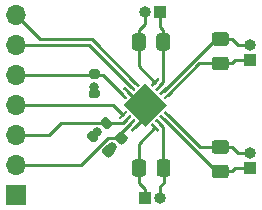
<source format=gbr>
%TF.GenerationSoftware,KiCad,Pcbnew,(5.1.10)-1*%
%TF.CreationDate,2021-07-26T18:41:30-05:00*%
%TF.ProjectId,LDC1314-Breakout,4c444331-3331-4342-9d42-7265616b6f75,rev?*%
%TF.SameCoordinates,Original*%
%TF.FileFunction,Copper,L1,Top*%
%TF.FilePolarity,Positive*%
%FSLAX46Y46*%
G04 Gerber Fmt 4.6, Leading zero omitted, Abs format (unit mm)*
G04 Created by KiCad (PCBNEW (5.1.10)-1) date 2021-07-26 18:41:30*
%MOMM*%
%LPD*%
G01*
G04 APERTURE LIST*
%TA.AperFunction,ComponentPad*%
%ADD10O,1.000000X1.000000*%
%TD*%
%TA.AperFunction,ComponentPad*%
%ADD11R,1.000000X1.000000*%
%TD*%
%TA.AperFunction,ComponentPad*%
%ADD12O,1.700000X1.700000*%
%TD*%
%TA.AperFunction,ComponentPad*%
%ADD13R,1.700000X1.700000*%
%TD*%
%TA.AperFunction,ComponentPad*%
%ADD14C,0.500000*%
%TD*%
%TA.AperFunction,SMDPad,CuDef*%
%ADD15C,0.100000*%
%TD*%
%TA.AperFunction,ViaPad*%
%ADD16C,0.800000*%
%TD*%
%TA.AperFunction,Conductor*%
%ADD17C,0.250000*%
%TD*%
G04 APERTURE END LIST*
D10*
%TO.P,J2,2*%
%TO.N,/Coil1_B*%
X172720000Y-119634000D03*
D11*
%TO.P,J2,1*%
%TO.N,/Coil1_A*%
X172720000Y-120904000D03*
%TD*%
D10*
%TO.P,J3,2*%
%TO.N,/Coil2_B*%
X172720000Y-110490000D03*
D11*
%TO.P,J3,1*%
%TO.N,/Coil2_A*%
X172720000Y-111760000D03*
%TD*%
%TO.P,R2,2*%
%TO.N,GND*%
%TA.AperFunction,SMDPad,CuDef*%
G36*
G01*
X159237000Y-114217000D02*
X159787000Y-114217000D01*
G75*
G02*
X159987000Y-114417000I0J-200000D01*
G01*
X159987000Y-114817000D01*
G75*
G02*
X159787000Y-115017000I-200000J0D01*
G01*
X159237000Y-115017000D01*
G75*
G02*
X159037000Y-114817000I0J200000D01*
G01*
X159037000Y-114417000D01*
G75*
G02*
X159237000Y-114217000I200000J0D01*
G01*
G37*
%TD.AperFunction*%
%TO.P,R2,1*%
%TO.N,ADDR*%
%TA.AperFunction,SMDPad,CuDef*%
G36*
G01*
X159237000Y-112567000D02*
X159787000Y-112567000D01*
G75*
G02*
X159987000Y-112767000I0J-200000D01*
G01*
X159987000Y-113167000D01*
G75*
G02*
X159787000Y-113367000I-200000J0D01*
G01*
X159237000Y-113367000D01*
G75*
G02*
X159037000Y-113167000I0J200000D01*
G01*
X159037000Y-112767000D01*
G75*
G02*
X159237000Y-112567000I200000J0D01*
G01*
G37*
%TD.AperFunction*%
%TD*%
D10*
%TO.P,J1,2*%
%TO.N,/Coil0_B*%
X165100000Y-123444000D03*
D11*
%TO.P,J1,1*%
%TO.N,/Coil0_A*%
X163830000Y-123444000D03*
%TD*%
D10*
%TO.P,J4,2*%
%TO.N,/Coil3_B*%
X163830000Y-107696000D03*
D11*
%TO.P,J4,1*%
%TO.N,/Coil3_A*%
X165100000Y-107696000D03*
%TD*%
D12*
%TO.P,J5,7*%
%TO.N,SCL*%
X152908000Y-107950000D03*
%TO.P,J5,6*%
%TO.N,SDA*%
X152908000Y-110490000D03*
%TO.P,J5,5*%
%TO.N,ADDR*%
X152908000Y-113030000D03*
%TO.P,J5,4*%
%TO.N,INT*%
X152908000Y-115570000D03*
%TO.P,J5,3*%
%TO.N,SHUTDOWN*%
X152908000Y-118110000D03*
%TO.P,J5,2*%
%TO.N,+3V3*%
X152908000Y-120650000D03*
D13*
%TO.P,J5,1*%
%TO.N,GND*%
X152908000Y-123190000D03*
%TD*%
D14*
%TO.P,U1,17*%
%TO.N,GND*%
X163830000Y-117054924D03*
X163087538Y-116312462D03*
X162345076Y-115570000D03*
X164572462Y-116312462D03*
X163830000Y-115570000D03*
X163087538Y-114827538D03*
X165314924Y-115570000D03*
X164572462Y-114827538D03*
X163830000Y-114085076D03*
%TA.AperFunction,SMDPad,CuDef*%
D15*
G36*
X161991522Y-115570000D02*
G01*
X163830000Y-113731522D01*
X165668478Y-115570000D01*
X163830000Y-117408478D01*
X161991522Y-115570000D01*
G37*
%TD.AperFunction*%
%TO.P,U1,16*%
%TO.N,/Coil3_B*%
%TA.AperFunction,SMDPad,CuDef*%
G36*
G01*
X164316136Y-113846428D02*
X164846466Y-113316098D01*
G75*
G02*
X164934854Y-113316098I44194J-44194D01*
G01*
X165023242Y-113404486D01*
G75*
G02*
X165023242Y-113492874I-44194J-44194D01*
G01*
X164492912Y-114023204D01*
G75*
G02*
X164404524Y-114023204I-44194J44194D01*
G01*
X164316136Y-113934816D01*
G75*
G02*
X164316136Y-113846428I44194J44194D01*
G01*
G37*
%TD.AperFunction*%
%TO.P,U1,15*%
%TO.N,/Coil3_A*%
%TA.AperFunction,SMDPad,CuDef*%
G36*
G01*
X164669690Y-114199981D02*
X165200020Y-113669651D01*
G75*
G02*
X165288408Y-113669651I44194J-44194D01*
G01*
X165376796Y-113758039D01*
G75*
G02*
X165376796Y-113846427I-44194J-44194D01*
G01*
X164846466Y-114376757D01*
G75*
G02*
X164758078Y-114376757I-44194J44194D01*
G01*
X164669690Y-114288369D01*
G75*
G02*
X164669690Y-114199981I44194J44194D01*
G01*
G37*
%TD.AperFunction*%
%TO.P,U1,14*%
%TO.N,/Coil2_B*%
%TA.AperFunction,SMDPad,CuDef*%
G36*
G01*
X165023243Y-114553534D02*
X165553573Y-114023204D01*
G75*
G02*
X165641961Y-114023204I44194J-44194D01*
G01*
X165730349Y-114111592D01*
G75*
G02*
X165730349Y-114199980I-44194J-44194D01*
G01*
X165200019Y-114730310D01*
G75*
G02*
X165111631Y-114730310I-44194J44194D01*
G01*
X165023243Y-114641922D01*
G75*
G02*
X165023243Y-114553534I44194J44194D01*
G01*
G37*
%TD.AperFunction*%
%TO.P,U1,13*%
%TO.N,/Coil2_A*%
%TA.AperFunction,SMDPad,CuDef*%
G36*
G01*
X165376796Y-114907088D02*
X165907126Y-114376758D01*
G75*
G02*
X165995514Y-114376758I44194J-44194D01*
G01*
X166083902Y-114465146D01*
G75*
G02*
X166083902Y-114553534I-44194J-44194D01*
G01*
X165553572Y-115083864D01*
G75*
G02*
X165465184Y-115083864I-44194J44194D01*
G01*
X165376796Y-114995476D01*
G75*
G02*
X165376796Y-114907088I44194J44194D01*
G01*
G37*
%TD.AperFunction*%
%TO.P,U1,12*%
%TO.N,/Coil1_B*%
%TA.AperFunction,SMDPad,CuDef*%
G36*
G01*
X165376796Y-116144524D02*
X165465184Y-116056136D01*
G75*
G02*
X165553572Y-116056136I44194J-44194D01*
G01*
X166083902Y-116586466D01*
G75*
G02*
X166083902Y-116674854I-44194J-44194D01*
G01*
X165995514Y-116763242D01*
G75*
G02*
X165907126Y-116763242I-44194J44194D01*
G01*
X165376796Y-116232912D01*
G75*
G02*
X165376796Y-116144524I44194J44194D01*
G01*
G37*
%TD.AperFunction*%
%TO.P,U1,11*%
%TO.N,/Coil1_A*%
%TA.AperFunction,SMDPad,CuDef*%
G36*
G01*
X165023243Y-116498078D02*
X165111631Y-116409690D01*
G75*
G02*
X165200019Y-116409690I44194J-44194D01*
G01*
X165730349Y-116940020D01*
G75*
G02*
X165730349Y-117028408I-44194J-44194D01*
G01*
X165641961Y-117116796D01*
G75*
G02*
X165553573Y-117116796I-44194J44194D01*
G01*
X165023243Y-116586466D01*
G75*
G02*
X165023243Y-116498078I44194J44194D01*
G01*
G37*
%TD.AperFunction*%
%TO.P,U1,10*%
%TO.N,/Coil0_B*%
%TA.AperFunction,SMDPad,CuDef*%
G36*
G01*
X164669690Y-116851631D02*
X164758078Y-116763243D01*
G75*
G02*
X164846466Y-116763243I44194J-44194D01*
G01*
X165376796Y-117293573D01*
G75*
G02*
X165376796Y-117381961I-44194J-44194D01*
G01*
X165288408Y-117470349D01*
G75*
G02*
X165200020Y-117470349I-44194J44194D01*
G01*
X164669690Y-116940019D01*
G75*
G02*
X164669690Y-116851631I44194J44194D01*
G01*
G37*
%TD.AperFunction*%
%TO.P,U1,9*%
%TO.N,/Coil0_A*%
%TA.AperFunction,SMDPad,CuDef*%
G36*
G01*
X164316136Y-117205184D02*
X164404524Y-117116796D01*
G75*
G02*
X164492912Y-117116796I44194J-44194D01*
G01*
X165023242Y-117647126D01*
G75*
G02*
X165023242Y-117735514I-44194J-44194D01*
G01*
X164934854Y-117823902D01*
G75*
G02*
X164846466Y-117823902I-44194J44194D01*
G01*
X164316136Y-117293572D01*
G75*
G02*
X164316136Y-117205184I44194J44194D01*
G01*
G37*
%TD.AperFunction*%
%TO.P,U1,8*%
%TO.N,GND*%
%TA.AperFunction,SMDPad,CuDef*%
G36*
G01*
X162636758Y-117647126D02*
X163167088Y-117116796D01*
G75*
G02*
X163255476Y-117116796I44194J-44194D01*
G01*
X163343864Y-117205184D01*
G75*
G02*
X163343864Y-117293572I-44194J-44194D01*
G01*
X162813534Y-117823902D01*
G75*
G02*
X162725146Y-117823902I-44194J44194D01*
G01*
X162636758Y-117735514D01*
G75*
G02*
X162636758Y-117647126I44194J44194D01*
G01*
G37*
%TD.AperFunction*%
%TO.P,U1,7*%
%TO.N,+3V3*%
%TA.AperFunction,SMDPad,CuDef*%
G36*
G01*
X162283204Y-117293573D02*
X162813534Y-116763243D01*
G75*
G02*
X162901922Y-116763243I44194J-44194D01*
G01*
X162990310Y-116851631D01*
G75*
G02*
X162990310Y-116940019I-44194J-44194D01*
G01*
X162459980Y-117470349D01*
G75*
G02*
X162371592Y-117470349I-44194J44194D01*
G01*
X162283204Y-117381961D01*
G75*
G02*
X162283204Y-117293573I44194J44194D01*
G01*
G37*
%TD.AperFunction*%
%TO.P,U1,6*%
%TO.N,SHUTDOWN*%
%TA.AperFunction,SMDPad,CuDef*%
G36*
G01*
X161929651Y-116940020D02*
X162459981Y-116409690D01*
G75*
G02*
X162548369Y-116409690I44194J-44194D01*
G01*
X162636757Y-116498078D01*
G75*
G02*
X162636757Y-116586466I-44194J-44194D01*
G01*
X162106427Y-117116796D01*
G75*
G02*
X162018039Y-117116796I-44194J44194D01*
G01*
X161929651Y-117028408D01*
G75*
G02*
X161929651Y-116940020I44194J44194D01*
G01*
G37*
%TD.AperFunction*%
%TO.P,U1,5*%
%TO.N,INT*%
%TA.AperFunction,SMDPad,CuDef*%
G36*
G01*
X161576098Y-116586466D02*
X162106428Y-116056136D01*
G75*
G02*
X162194816Y-116056136I44194J-44194D01*
G01*
X162283204Y-116144524D01*
G75*
G02*
X162283204Y-116232912I-44194J-44194D01*
G01*
X161752874Y-116763242D01*
G75*
G02*
X161664486Y-116763242I-44194J44194D01*
G01*
X161576098Y-116674854D01*
G75*
G02*
X161576098Y-116586466I44194J44194D01*
G01*
G37*
%TD.AperFunction*%
%TO.P,U1,4*%
%TO.N,ADDR*%
%TA.AperFunction,SMDPad,CuDef*%
G36*
G01*
X161576098Y-114465146D02*
X161664486Y-114376758D01*
G75*
G02*
X161752874Y-114376758I44194J-44194D01*
G01*
X162283204Y-114907088D01*
G75*
G02*
X162283204Y-114995476I-44194J-44194D01*
G01*
X162194816Y-115083864D01*
G75*
G02*
X162106428Y-115083864I-44194J44194D01*
G01*
X161576098Y-114553534D01*
G75*
G02*
X161576098Y-114465146I44194J44194D01*
G01*
G37*
%TD.AperFunction*%
%TO.P,U1,3*%
%TO.N,GND*%
%TA.AperFunction,SMDPad,CuDef*%
G36*
G01*
X161929651Y-114111592D02*
X162018039Y-114023204D01*
G75*
G02*
X162106427Y-114023204I44194J-44194D01*
G01*
X162636757Y-114553534D01*
G75*
G02*
X162636757Y-114641922I-44194J-44194D01*
G01*
X162548369Y-114730310D01*
G75*
G02*
X162459981Y-114730310I-44194J44194D01*
G01*
X161929651Y-114199980D01*
G75*
G02*
X161929651Y-114111592I44194J44194D01*
G01*
G37*
%TD.AperFunction*%
%TO.P,U1,2*%
%TO.N,SDA*%
%TA.AperFunction,SMDPad,CuDef*%
G36*
G01*
X162283204Y-113758039D02*
X162371592Y-113669651D01*
G75*
G02*
X162459980Y-113669651I44194J-44194D01*
G01*
X162990310Y-114199981D01*
G75*
G02*
X162990310Y-114288369I-44194J-44194D01*
G01*
X162901922Y-114376757D01*
G75*
G02*
X162813534Y-114376757I-44194J44194D01*
G01*
X162283204Y-113846427D01*
G75*
G02*
X162283204Y-113758039I44194J44194D01*
G01*
G37*
%TD.AperFunction*%
%TO.P,U1,1*%
%TO.N,SCL*%
%TA.AperFunction,SMDPad,CuDef*%
G36*
G01*
X162636758Y-113404486D02*
X162725146Y-113316098D01*
G75*
G02*
X162813534Y-113316098I44194J-44194D01*
G01*
X163343864Y-113846428D01*
G75*
G02*
X163343864Y-113934816I-44194J-44194D01*
G01*
X163255476Y-114023204D01*
G75*
G02*
X163167088Y-114023204I-44194J44194D01*
G01*
X162636758Y-113492874D01*
G75*
G02*
X162636758Y-113404486I44194J44194D01*
G01*
G37*
%TD.AperFunction*%
%TD*%
%TO.P,R1,2*%
%TO.N,GND*%
%TA.AperFunction,SMDPad,CuDef*%
G36*
G01*
X159449662Y-117783429D02*
X159838571Y-118172338D01*
G75*
G02*
X159838571Y-118455180I-141421J-141421D01*
G01*
X159555728Y-118738023D01*
G75*
G02*
X159272886Y-118738023I-141421J141421D01*
G01*
X158883977Y-118349114D01*
G75*
G02*
X158883977Y-118066272I141421J141421D01*
G01*
X159166820Y-117783429D01*
G75*
G02*
X159449662Y-117783429I141421J-141421D01*
G01*
G37*
%TD.AperFunction*%
%TO.P,R1,1*%
%TO.N,SHUTDOWN*%
%TA.AperFunction,SMDPad,CuDef*%
G36*
G01*
X160616388Y-116616703D02*
X161005297Y-117005612D01*
G75*
G02*
X161005297Y-117288454I-141421J-141421D01*
G01*
X160722454Y-117571297D01*
G75*
G02*
X160439612Y-117571297I-141421J141421D01*
G01*
X160050703Y-117182388D01*
G75*
G02*
X160050703Y-116899546I141421J141421D01*
G01*
X160333546Y-116616703D01*
G75*
G02*
X160616388Y-116616703I141421J-141421D01*
G01*
G37*
%TD.AperFunction*%
%TD*%
%TO.P,C5,2*%
%TO.N,GND*%
%TA.AperFunction,SMDPad,CuDef*%
G36*
G01*
X160843405Y-118965041D02*
X161196959Y-119318595D01*
G75*
G02*
X161196959Y-119636793I-159099J-159099D01*
G01*
X160878761Y-119954991D01*
G75*
G02*
X160560563Y-119954991I-159099J159099D01*
G01*
X160207009Y-119601437D01*
G75*
G02*
X160207009Y-119283239I159099J159099D01*
G01*
X160525207Y-118965041D01*
G75*
G02*
X160843405Y-118965041I159099J-159099D01*
G01*
G37*
%TD.AperFunction*%
%TO.P,C5,1*%
%TO.N,+3V3*%
%TA.AperFunction,SMDPad,CuDef*%
G36*
G01*
X161939421Y-117869025D02*
X162292975Y-118222579D01*
G75*
G02*
X162292975Y-118540777I-159099J-159099D01*
G01*
X161974777Y-118858975D01*
G75*
G02*
X161656579Y-118858975I-159099J159099D01*
G01*
X161303025Y-118505421D01*
G75*
G02*
X161303025Y-118187223I159099J159099D01*
G01*
X161621223Y-117869025D01*
G75*
G02*
X161939421Y-117869025I159099J-159099D01*
G01*
G37*
%TD.AperFunction*%
%TD*%
%TO.P,C4,2*%
%TO.N,/Coil3_B*%
%TA.AperFunction,SMDPad,CuDef*%
G36*
G01*
X163866500Y-109761000D02*
X163866500Y-110711000D01*
G75*
G02*
X163616500Y-110961000I-250000J0D01*
G01*
X162941500Y-110961000D01*
G75*
G02*
X162691500Y-110711000I0J250000D01*
G01*
X162691500Y-109761000D01*
G75*
G02*
X162941500Y-109511000I250000J0D01*
G01*
X163616500Y-109511000D01*
G75*
G02*
X163866500Y-109761000I0J-250000D01*
G01*
G37*
%TD.AperFunction*%
%TO.P,C4,1*%
%TO.N,/Coil3_A*%
%TA.AperFunction,SMDPad,CuDef*%
G36*
G01*
X165941500Y-109761000D02*
X165941500Y-110711000D01*
G75*
G02*
X165691500Y-110961000I-250000J0D01*
G01*
X165016500Y-110961000D01*
G75*
G02*
X164766500Y-110711000I0J250000D01*
G01*
X164766500Y-109761000D01*
G75*
G02*
X165016500Y-109511000I250000J0D01*
G01*
X165691500Y-109511000D01*
G75*
G02*
X165941500Y-109761000I0J-250000D01*
G01*
G37*
%TD.AperFunction*%
%TD*%
%TO.P,C3,2*%
%TO.N,/Coil2_B*%
%TA.AperFunction,SMDPad,CuDef*%
G36*
G01*
X170655000Y-110569500D02*
X169705000Y-110569500D01*
G75*
G02*
X169455000Y-110319500I0J250000D01*
G01*
X169455000Y-109644500D01*
G75*
G02*
X169705000Y-109394500I250000J0D01*
G01*
X170655000Y-109394500D01*
G75*
G02*
X170905000Y-109644500I0J-250000D01*
G01*
X170905000Y-110319500D01*
G75*
G02*
X170655000Y-110569500I-250000J0D01*
G01*
G37*
%TD.AperFunction*%
%TO.P,C3,1*%
%TO.N,/Coil2_A*%
%TA.AperFunction,SMDPad,CuDef*%
G36*
G01*
X170655000Y-112644500D02*
X169705000Y-112644500D01*
G75*
G02*
X169455000Y-112394500I0J250000D01*
G01*
X169455000Y-111719500D01*
G75*
G02*
X169705000Y-111469500I250000J0D01*
G01*
X170655000Y-111469500D01*
G75*
G02*
X170905000Y-111719500I0J-250000D01*
G01*
X170905000Y-112394500D01*
G75*
G02*
X170655000Y-112644500I-250000J0D01*
G01*
G37*
%TD.AperFunction*%
%TD*%
%TO.P,C2,2*%
%TO.N,/Coil1_B*%
%TA.AperFunction,SMDPad,CuDef*%
G36*
G01*
X170655000Y-119713500D02*
X169705000Y-119713500D01*
G75*
G02*
X169455000Y-119463500I0J250000D01*
G01*
X169455000Y-118788500D01*
G75*
G02*
X169705000Y-118538500I250000J0D01*
G01*
X170655000Y-118538500D01*
G75*
G02*
X170905000Y-118788500I0J-250000D01*
G01*
X170905000Y-119463500D01*
G75*
G02*
X170655000Y-119713500I-250000J0D01*
G01*
G37*
%TD.AperFunction*%
%TO.P,C2,1*%
%TO.N,/Coil1_A*%
%TA.AperFunction,SMDPad,CuDef*%
G36*
G01*
X170655000Y-121788500D02*
X169705000Y-121788500D01*
G75*
G02*
X169455000Y-121538500I0J250000D01*
G01*
X169455000Y-120863500D01*
G75*
G02*
X169705000Y-120613500I250000J0D01*
G01*
X170655000Y-120613500D01*
G75*
G02*
X170905000Y-120863500I0J-250000D01*
G01*
X170905000Y-121538500D01*
G75*
G02*
X170655000Y-121788500I-250000J0D01*
G01*
G37*
%TD.AperFunction*%
%TD*%
%TO.P,C1,2*%
%TO.N,/Coil0_B*%
%TA.AperFunction,SMDPad,CuDef*%
G36*
G01*
X164788000Y-121379000D02*
X164788000Y-120429000D01*
G75*
G02*
X165038000Y-120179000I250000J0D01*
G01*
X165713000Y-120179000D01*
G75*
G02*
X165963000Y-120429000I0J-250000D01*
G01*
X165963000Y-121379000D01*
G75*
G02*
X165713000Y-121629000I-250000J0D01*
G01*
X165038000Y-121629000D01*
G75*
G02*
X164788000Y-121379000I0J250000D01*
G01*
G37*
%TD.AperFunction*%
%TO.P,C1,1*%
%TO.N,/Coil0_A*%
%TA.AperFunction,SMDPad,CuDef*%
G36*
G01*
X162713000Y-121379000D02*
X162713000Y-120429000D01*
G75*
G02*
X162963000Y-120179000I250000J0D01*
G01*
X163638000Y-120179000D01*
G75*
G02*
X163888000Y-120429000I0J-250000D01*
G01*
X163888000Y-121379000D01*
G75*
G02*
X163638000Y-121629000I-250000J0D01*
G01*
X162963000Y-121629000D01*
G75*
G02*
X162713000Y-121379000I0J250000D01*
G01*
G37*
%TD.AperFunction*%
%TD*%
D16*
%TO.N,GND*%
X159766000Y-117856000D03*
X161036000Y-119126000D03*
X159512000Y-114046000D03*
%TD*%
D17*
%TO.N,/Coil0_B*%
X165366558Y-117460111D02*
X165023243Y-117116796D01*
X165366558Y-118859442D02*
X165366558Y-117460111D01*
X165366558Y-120895058D02*
X165375500Y-120904000D01*
X165366558Y-118859442D02*
X165366558Y-120895058D01*
X165100000Y-122471000D02*
X165375500Y-122195500D01*
X165100000Y-123444000D02*
X165100000Y-122471000D01*
X165375500Y-120904000D02*
X165375500Y-122195500D01*
%TO.N,/Coil0_A*%
X163300500Y-118839538D02*
X164669689Y-117470349D01*
X163300500Y-120904000D02*
X163300500Y-118839538D01*
X163830000Y-122682000D02*
X163300500Y-122152500D01*
X163830000Y-123444000D02*
X163830000Y-122682000D01*
X163300500Y-120904000D02*
X163300500Y-122152500D01*
%TO.N,/Coil1_B*%
X170180000Y-119126000D02*
X171196000Y-119126000D01*
X171196000Y-119126000D02*
X171704000Y-119634000D01*
X172720000Y-119634000D02*
X171704000Y-119634000D01*
X168446660Y-119126000D02*
X165730349Y-116409689D01*
X170180000Y-119126000D02*
X168446660Y-119126000D01*
%TO.N,/Coil1_A*%
X172720000Y-120904000D02*
X171450000Y-120904000D01*
X171153000Y-121201000D02*
X171450000Y-120904000D01*
X170180000Y-121201000D02*
X171153000Y-121201000D01*
X169814553Y-121201000D02*
X170180000Y-121201000D01*
X165376796Y-116763243D02*
X169814553Y-121201000D01*
%TO.N,/Coil2_B*%
X171704000Y-110490000D02*
X172720000Y-110490000D01*
X171196000Y-109982000D02*
X171704000Y-110490000D01*
X170180000Y-109982000D02*
X171196000Y-109982000D01*
X169842250Y-109982000D02*
X170180000Y-109982000D01*
X165447493Y-114376757D02*
X169842250Y-109982000D01*
X165376796Y-114376757D02*
X165447493Y-114376757D01*
%TO.N,/Coil2_A*%
X170180000Y-112057000D02*
X171153000Y-112057000D01*
X171450000Y-111760000D02*
X172720000Y-111760000D01*
X171153000Y-112057000D02*
X171450000Y-111760000D01*
X168403660Y-112057000D02*
X165730349Y-114730311D01*
X170180000Y-112057000D02*
X168403660Y-112057000D01*
%TO.N,/Coil3_B*%
X163279000Y-112278962D02*
X164669689Y-113669651D01*
X163279000Y-110236000D02*
X163279000Y-112278962D01*
X163279000Y-110236000D02*
X163279000Y-109263000D01*
X163279000Y-109263000D02*
X163830000Y-108712000D01*
X163830000Y-108712000D02*
X163830000Y-107950000D01*
%TO.N,/Coil3_A*%
X165366558Y-110248558D02*
X165354000Y-110236000D01*
X165366558Y-113609192D02*
X165366558Y-110248558D01*
X165023243Y-113952507D02*
X165366558Y-113609192D01*
X165023243Y-114023204D02*
X165023243Y-113952507D01*
X165354000Y-110236000D02*
X165354000Y-109220000D01*
X165100000Y-108966000D02*
X165100000Y-107696000D01*
X165354000Y-109220000D02*
X165100000Y-108966000D01*
%TO.N,GND*%
X163830000Y-116630660D02*
X163830000Y-115570000D01*
X162990311Y-117470349D02*
X163830000Y-116630660D01*
X163476447Y-115570000D02*
X163830000Y-115570000D01*
X162283204Y-114376757D02*
X163476447Y-115570000D01*
X160701984Y-119460016D02*
X161036000Y-119126000D01*
X159361274Y-118260726D02*
X159766000Y-117856000D01*
X159512000Y-114617000D02*
X159512000Y-114046000D01*
%TO.N,+3V3*%
X158380612Y-120650000D02*
X152908000Y-120650000D01*
X160666612Y-118364000D02*
X158380612Y-120650000D01*
X161798000Y-118364000D02*
X160666612Y-118364000D01*
X161798000Y-117955553D02*
X161798000Y-118364000D01*
X162636757Y-117116796D02*
X161798000Y-117955553D01*
%TO.N,SCL*%
X152908000Y-107950000D02*
X154940000Y-109982000D01*
X159302660Y-109982000D02*
X159534330Y-110213670D01*
X154940000Y-109982000D02*
X159302660Y-109982000D01*
X159534330Y-110213670D02*
X162990311Y-113669651D01*
%TO.N,SDA*%
X159103553Y-110490000D02*
X162636757Y-114023204D01*
X157480000Y-110490000D02*
X159103553Y-110490000D01*
X157480000Y-110490000D02*
X152908000Y-110490000D01*
%TO.N,INT*%
X161089962Y-115570000D02*
X161929651Y-116409689D01*
X157480000Y-115570000D02*
X161089962Y-115570000D01*
X157480000Y-115570000D02*
X152908000Y-115570000D01*
%TO.N,SHUTDOWN*%
X161939889Y-117106558D02*
X162283204Y-116763243D01*
X161535608Y-117094000D02*
X161548166Y-117106558D01*
X161548166Y-117106558D02*
X161939889Y-117106558D01*
X160528000Y-117094000D02*
X161535608Y-117094000D01*
X160528000Y-117094000D02*
X156718000Y-117094000D01*
X155702000Y-118110000D02*
X152908000Y-118110000D01*
X156718000Y-117094000D02*
X155702000Y-118110000D01*
%TO.N,ADDR*%
X160229340Y-113030000D02*
X161929651Y-114730311D01*
X157480000Y-113030000D02*
X160229340Y-113030000D01*
X157480000Y-113030000D02*
X152908000Y-113030000D01*
%TD*%
M02*

</source>
